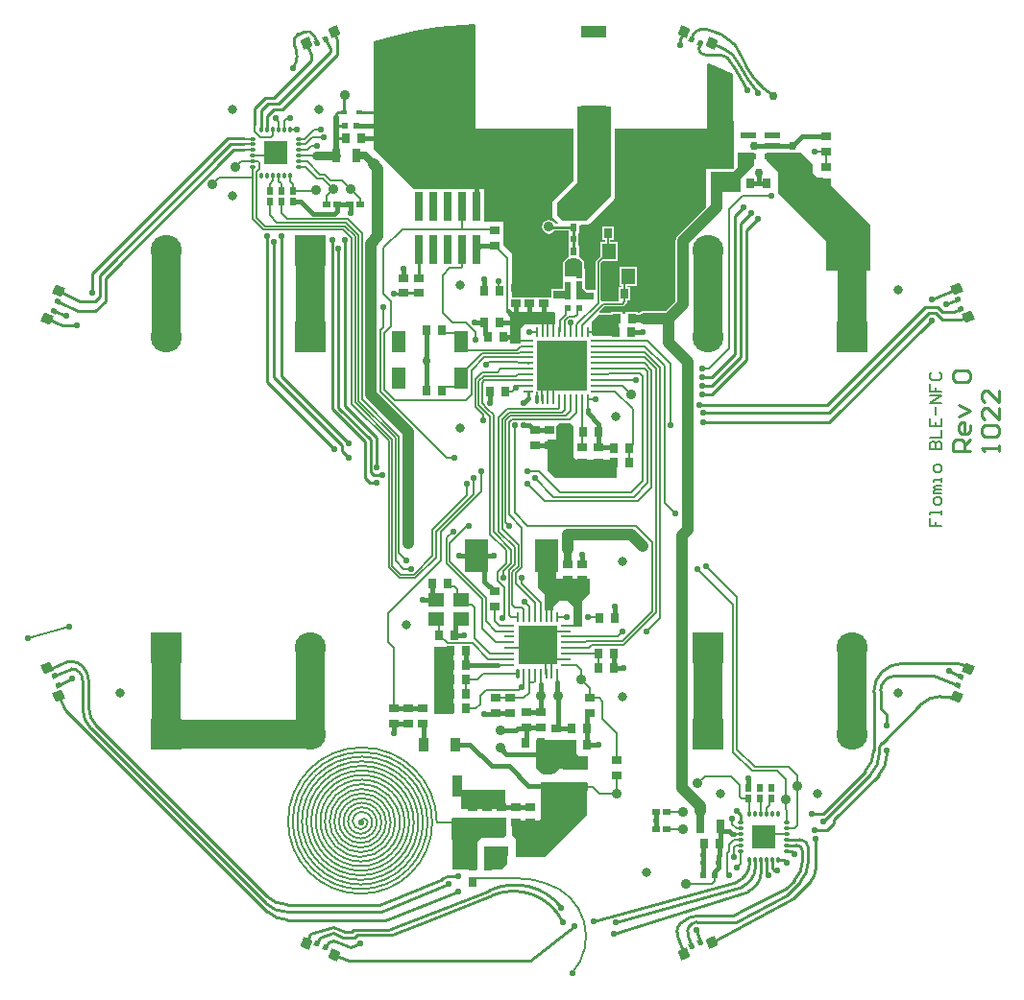
<source format=gtl>
%FSLAX25Y25*%
%MOIN*%
G70*
G01*
G75*
G04 Layer_Physical_Order=1*
G04 Layer_Color=255*
%ADD10C,0.01000*%
%ADD11C,0.00500*%
%ADD12C,0.00600*%
%ADD13R,0.03347X0.02953*%
%ADD14R,0.02953X0.03347*%
%ADD15R,0.03543X0.02953*%
G04:AMPARAMS|DCode=16|XSize=17.72mil|YSize=19.69mil|CornerRadius=0mil|HoleSize=0mil|Usage=FLASHONLY|Rotation=22.500|XOffset=0mil|YOffset=0mil|HoleType=Round|Shape=Rectangle|*
%AMROTATEDRECTD16*
4,1,4,-0.00442,-0.01248,-0.01195,0.00570,0.00442,0.01248,0.01195,-0.00570,-0.00442,-0.01248,0.0*
%
%ADD16ROTATEDRECTD16*%

G04:AMPARAMS|DCode=17|XSize=33.47mil|YSize=35.43mil|CornerRadius=0mil|HoleSize=0mil|Usage=FLASHONLY|Rotation=202.500|XOffset=0mil|YOffset=0mil|HoleType=Round|Shape=Rectangle|*
%AMROTATEDRECTD17*
4,1,4,0.00868,0.02277,0.02224,-0.00997,-0.00868,-0.02277,-0.02224,0.00997,0.00868,0.02277,0.0*
%
%ADD17ROTATEDRECTD17*%

G04:AMPARAMS|DCode=18|XSize=17.72mil|YSize=19.69mil|CornerRadius=0mil|HoleSize=0mil|Usage=FLASHONLY|Rotation=112.500|XOffset=0mil|YOffset=0mil|HoleType=Round|Shape=Rectangle|*
%AMROTATEDRECTD18*
4,1,4,0.01248,-0.00442,-0.00570,-0.01195,-0.01248,0.00442,0.00570,0.01195,0.01248,-0.00442,0.0*
%
%ADD18ROTATEDRECTD18*%

G04:AMPARAMS|DCode=19|XSize=33.47mil|YSize=35.43mil|CornerRadius=0mil|HoleSize=0mil|Usage=FLASHONLY|Rotation=292.500|XOffset=0mil|YOffset=0mil|HoleType=Round|Shape=Rectangle|*
%AMROTATEDRECTD19*
4,1,4,-0.02277,0.00868,0.00997,0.02224,0.02277,-0.00868,-0.00997,-0.02224,-0.02277,0.00868,0.0*
%
%ADD19ROTATEDRECTD19*%

G04:AMPARAMS|DCode=20|XSize=17.72mil|YSize=19.69mil|CornerRadius=0mil|HoleSize=0mil|Usage=FLASHONLY|Rotation=337.500|XOffset=0mil|YOffset=0mil|HoleType=Round|Shape=Rectangle|*
%AMROTATEDRECTD20*
4,1,4,-0.01195,-0.00570,-0.00442,0.01248,0.01195,0.00570,0.00442,-0.01248,-0.01195,-0.00570,0.0*
%
%ADD20ROTATEDRECTD20*%

G04:AMPARAMS|DCode=21|XSize=33.47mil|YSize=35.43mil|CornerRadius=0mil|HoleSize=0mil|Usage=FLASHONLY|Rotation=157.500|XOffset=0mil|YOffset=0mil|HoleType=Round|Shape=Rectangle|*
%AMROTATEDRECTD21*
4,1,4,0.02224,0.00997,0.00868,-0.02277,-0.02224,-0.00997,-0.00868,0.02277,0.02224,0.00997,0.0*
%
%ADD21ROTATEDRECTD21*%

G04:AMPARAMS|DCode=22|XSize=17.72mil|YSize=19.69mil|CornerRadius=0mil|HoleSize=0mil|Usage=FLASHONLY|Rotation=247.500|XOffset=0mil|YOffset=0mil|HoleType=Round|Shape=Rectangle|*
%AMROTATEDRECTD22*
4,1,4,-0.00570,0.01195,0.01248,0.00442,0.00570,-0.01195,-0.01248,-0.00442,-0.00570,0.01195,0.0*
%
%ADD22ROTATEDRECTD22*%

G04:AMPARAMS|DCode=23|XSize=33.47mil|YSize=35.43mil|CornerRadius=0mil|HoleSize=0mil|Usage=FLASHONLY|Rotation=67.500|XOffset=0mil|YOffset=0mil|HoleType=Round|Shape=Rectangle|*
%AMROTATEDRECTD23*
4,1,4,0.00997,-0.02224,-0.02277,-0.00868,-0.00997,0.02224,0.02277,0.00868,0.00997,-0.02224,0.0*
%
%ADD23ROTATEDRECTD23*%

%ADD24R,0.02362X0.02362*%
%ADD25R,0.01890X0.01575*%
%ADD26R,0.03150X0.05118*%
%ADD27R,0.02362X0.02559*%
%ADD28C,0.03200*%
%ADD29R,0.02559X0.02362*%
%ADD30R,0.08268X0.08268*%
%ADD31O,0.02559X0.01181*%
%ADD32O,0.01181X0.02559*%
%ADD33R,0.02953X0.03543*%
%ADD34R,0.03543X0.07480*%
%ADD35R,0.02362X0.02362*%
%ADD36R,0.02362X0.02756*%
%ADD37R,0.04724X0.05512*%
G04:AMPARAMS|DCode=38|XSize=11.02mil|YSize=33.47mil|CornerRadius=0mil|HoleSize=0mil|Usage=FLASHONLY|Rotation=0.000|XOffset=0mil|YOffset=0mil|HoleType=Round|Shape=Octagon|*
%AMOCTAGOND38*
4,1,8,-0.00276,0.01673,0.00276,0.01673,0.00551,0.01398,0.00551,-0.01398,0.00276,-0.01673,-0.00276,-0.01673,-0.00551,-0.01398,-0.00551,0.01398,-0.00276,0.01673,0.0*
%
%ADD38OCTAGOND38*%

%ADD39R,0.01102X0.03347*%
%ADD40R,0.03347X0.01102*%
%ADD41R,0.13583X0.13583*%
%ADD42R,0.05709X0.02165*%
%ADD43R,0.05512X0.04724*%
%ADD44R,0.05118X0.07480*%
%ADD45R,0.03000X0.10000*%
%ADD46R,0.17716X0.17716*%
%ADD47R,0.03600X0.04800*%
%ADD48R,0.09055X0.02559*%
%ADD49R,0.08071X0.11417*%
%ADD50R,0.08661X0.04095*%
%ADD51C,0.10000*%
%ADD52C,0.01500*%
%ADD53C,0.00800*%
%ADD54C,0.04000*%
%ADD55C,0.02000*%
%ADD56C,0.03000*%
%ADD57C,0.02500*%
%ADD58C,0.00700*%
%ADD59R,0.07000X0.23500*%
%ADD60R,0.15700X0.07000*%
%ADD61R,0.03000X0.03300*%
%ADD62C,0.03500*%
%ADD63C,0.02000*%
%ADD64R,0.10800X0.10800*%
%ADD65C,0.10800*%
%ADD66C,0.03000*%
%ADD67C,0.02200*%
%ADD68C,0.04000*%
%ADD69C,0.02598*%
G36*
X22500Y22500D02*
Y12000D01*
X23500Y11000D01*
X37500D01*
Y4500D01*
X16000D01*
X13500Y7000D01*
Y18000D01*
X16500D01*
Y22500D01*
X17500Y23500D01*
X21500D01*
X22500Y22500D01*
D02*
G37*
G36*
X16500Y-30500D02*
X28000D01*
Y-35500D01*
X25500Y-38000D01*
Y-47000D01*
X22500D01*
Y-40000D01*
X20500Y-38000D01*
X17500D01*
X15500Y-40000D01*
Y-41500D01*
X12500D01*
Y-36000D01*
X10000Y-33500D01*
Y-25500D01*
X16500D01*
Y-30500D01*
D02*
G37*
G36*
X38200Y54100D02*
X29300D01*
X28800Y54600D01*
Y58900D01*
X31200Y61300D01*
X38200D01*
Y54100D01*
D02*
G37*
G36*
X16200Y61900D02*
Y57900D01*
X5500D01*
X4100Y56500D01*
Y51300D01*
X400D01*
Y62400D01*
X15700D01*
X16200Y61900D01*
D02*
G37*
G36*
X-500Y-129500D02*
X-2500Y-131500D01*
X-8500D01*
Y-123500D01*
X-500D01*
Y-129500D01*
D02*
G37*
G36*
X-1000Y-119500D02*
X-2000Y-120500D01*
X-9500D01*
X-11000Y-122000D01*
Y-131500D01*
X-19500D01*
Y-113500D01*
X-1000D01*
Y-119500D01*
D02*
G37*
G36*
X23500Y-91000D02*
X24500Y-92000D01*
X27500D01*
Y-96500D01*
X17500D01*
X16000Y-98000D01*
X11500D01*
X9500Y-96000D01*
Y-86500D01*
X23500D01*
Y-91000D01*
D02*
G37*
G36*
X27000Y-112500D02*
X12500Y-127000D01*
X2531D01*
X2500Y-126969D01*
Y-121000D01*
X1000Y-119500D01*
Y-114500D01*
X10500D01*
X11000Y-114000D01*
Y-101000D01*
X27000D01*
Y-112500D01*
D02*
G37*
G36*
X-11500Y162016D02*
Y125984D01*
X22271D01*
Y107834D01*
X15519Y101081D01*
X15187Y100585D01*
X15071Y100000D01*
Y95900D01*
X15187Y95315D01*
X15518Y94819D01*
X17025Y93312D01*
X16834Y92850D01*
X16055D01*
X15604Y93524D01*
X14827Y94044D01*
X13910Y94226D01*
X12993Y94044D01*
X12216Y93524D01*
X11696Y92747D01*
X11514Y91830D01*
X11696Y90913D01*
X12216Y90136D01*
X12993Y89616D01*
X13910Y89434D01*
X14827Y89616D01*
X15604Y90136D01*
X15919Y90607D01*
X20719D01*
Y89750D01*
X20719D01*
Y89313D01*
X20687Y89281D01*
X20687D01*
Y85719D01*
X20719D01*
Y85250D01*
X20719D01*
Y81294D01*
Y81149D01*
X20500D01*
X20175Y81015D01*
X20041Y80959D01*
X19041Y79959D01*
X18851Y79500D01*
Y77250D01*
X18719D01*
Y73687D01*
X18719Y73687D01*
X18719Y73313D01*
X18719D01*
Y70206D01*
X18281D01*
Y70206D01*
X14719D01*
Y67419D01*
X14273D01*
Y67419D01*
X9727D01*
D01*
D01*
X9727Y67419D01*
X9473D01*
Y67419D01*
X4927D01*
D01*
D01*
X4927Y67419D01*
X4773D01*
Y67419D01*
X1000D01*
Y82500D01*
X-2000Y85500D01*
Y93500D01*
X-8500D01*
Y105000D01*
X-33000D01*
X-47002Y119002D01*
X-46969Y156420D01*
X-40509Y158098D01*
X-32493Y159789D01*
X-24408Y161108D01*
X-16270Y162052D01*
X-11866Y162357D01*
X-11500Y162016D01*
D02*
G37*
G36*
X105500Y113500D02*
Y110500D01*
X107000Y109000D01*
X109000D01*
X125500Y92500D01*
Y76500D01*
X110000D01*
Y87000D01*
X93500Y103500D01*
Y111000D01*
X89500Y115000D01*
Y117500D01*
X101500D01*
X105500Y113500D01*
D02*
G37*
G36*
X85000Y113000D02*
X80500Y108500D01*
Y104000D01*
X70000D01*
Y111000D01*
X78000D01*
X79500Y112500D01*
Y117500D01*
X85000D01*
Y113000D01*
D02*
G37*
G36*
X35300Y102400D02*
X26900Y94000D01*
X18500D01*
X16600Y95900D01*
Y100000D01*
X23800Y107200D01*
Y133500D01*
X35300D01*
Y102400D01*
D02*
G37*
G36*
X25500Y70500D02*
X27000Y69000D01*
X29500D01*
Y66500D01*
X23500D01*
Y72000D01*
X25500D01*
Y70500D01*
D02*
G37*
G36*
X71724Y147698D02*
X77836Y144828D01*
X77846Y144802D01*
X77846Y144802D01*
X77846D01*
X77998Y112354D01*
X77646Y112000D01*
X68500D01*
Y98709D01*
X58646Y88854D01*
X58229Y88311D01*
X57967Y87679D01*
X57877Y87000D01*
X57878Y87000D01*
Y66086D01*
X54414Y62622D01*
X47000D01*
X46321Y62533D01*
X45689Y62271D01*
X45187Y61886D01*
X44734D01*
Y62273D01*
X40581D01*
Y61500D01*
X39419D01*
Y62273D01*
X35266D01*
Y61949D01*
X31600D01*
X31409Y62411D01*
X33180Y64182D01*
X39400D01*
X39751Y64252D01*
X40049Y64451D01*
X40806Y65209D01*
X41005Y65506D01*
X41075Y65857D01*
Y66227D01*
X42234D01*
Y70773D01*
X41075D01*
Y71313D01*
X44309D01*
Y78025D01*
X38384D01*
Y71313D01*
X39240D01*
Y70773D01*
X38081D01*
Y66227D01*
D01*
Y66227D01*
X37872Y66018D01*
X32800D01*
X32449Y65948D01*
X32359Y65887D01*
X31918Y66123D01*
Y79120D01*
X32772Y79975D01*
X37616D01*
Y86687D01*
X35260D01*
Y87227D01*
X36419D01*
Y91773D01*
X32266D01*
Y87227D01*
X33425D01*
Y86687D01*
X31691D01*
Y81489D01*
X30351Y80149D01*
X30152Y79851D01*
X30082Y79500D01*
Y69813D01*
X27106D01*
X26281Y70637D01*
Y73294D01*
Y77250D01*
X26149D01*
Y79500D01*
X26015Y79825D01*
X25959Y79959D01*
X24959Y80959D01*
X24500Y81149D01*
X24281D01*
Y81294D01*
Y85250D01*
X24250D01*
Y85719D01*
X24250D01*
Y89281D01*
X24250D01*
Y89719D01*
X24281Y89750D01*
X24281D01*
Y92394D01*
X25181D01*
Y92471D01*
X26900D01*
X27388Y92568D01*
X27485Y92587D01*
X27981Y92919D01*
X36381Y101319D01*
X36713Y101815D01*
X36829Y102400D01*
Y125984D01*
X68898D01*
Y148418D01*
X69313Y148696D01*
X71724Y147698D01*
D02*
G37*
G36*
X25500Y79500D02*
Y74500D01*
X19500D01*
Y79500D01*
X20500Y80500D01*
X24500D01*
X25500Y79500D01*
D02*
G37*
G36*
X21500Y67000D02*
X15500D01*
Y69500D01*
X19000D01*
X19500Y70000D01*
Y72000D01*
X21500D01*
Y67000D01*
D02*
G37*
D10*
X80035Y148014D02*
G03*
X86586Y138184I49449J25862D01*
G01*
X75800Y150600D02*
G03*
X73627Y151500I-2173J-2173D01*
G01*
X65800Y153900D02*
G03*
X68200Y151500I2400J0D01*
G01*
X80035Y148014D02*
G03*
X74100Y154000I-9985J-3964D01*
G01*
X80995Y150498D02*
G03*
X91767Y137406I25502J10003D01*
G01*
X-147900Y-60800D02*
G03*
X-152004Y-59100I-4104J-4104D01*
G01*
X-145800Y-65870D02*
G03*
X-147900Y-60800I-7170J0D01*
G01*
X-145800Y-74758D02*
G03*
X-142871Y-81829I10000J0D01*
G01*
X-84029Y-140671D02*
G03*
X-76958Y-143600I7071J7071D01*
G01*
X-20958Y-133800D02*
G03*
X-23000Y-134646I0J-2888D01*
G01*
X-147900Y-65600D02*
G03*
X-151800Y-61700I-3900J0D01*
G01*
X-147900Y-75458D02*
G03*
X-144971Y-82529I10000J0D01*
G01*
X-84329Y-143171D02*
G03*
X-77258Y-146100I7071J7071D01*
G01*
X-83829Y-145971D02*
G03*
X-76758Y-148900I7071J7071D01*
G01*
X18702Y-149599D02*
G03*
X-6007Y-140494I-17084J-8282D01*
G01*
X128271Y-98729D02*
G03*
X131200Y-91658I-7071J7071D01*
G01*
X125571Y-98329D02*
G03*
X128500Y-91258I-7071J7071D01*
G01*
X129631Y-87369D02*
G03*
X128500Y-90100I2731J-2731D01*
G01*
X149903Y-71240D02*
G03*
X142832Y-74168I0J-10000D01*
G01*
X134137Y-64163D02*
G03*
X129000Y-69300I0J-5137D01*
G01*
X123671Y-97229D02*
G03*
X126600Y-90158I-7071J7071D01*
G01*
X136600Y-59800D02*
G03*
X126600Y-69800I0J-10000D01*
G01*
X159516Y-61601D02*
G03*
X155169Y-59800I-4347J-4347D01*
G01*
X104816Y-135361D02*
G03*
X106400Y-131538I-3823J3823D01*
G01*
X101900Y-125007D02*
G03*
X99846Y-122953I-2054J0D01*
G01*
X103900Y-123800D02*
G03*
X101100Y-121000I-2800J0D01*
G01*
X100971Y-135860D02*
G03*
X103900Y-128789I-7071J7071D01*
G01*
X98971Y-135329D02*
G03*
X101900Y-128258I-7071J7071D01*
G01*
X66215Y-147400D02*
G03*
X59532Y-150168I0J-9451D01*
G01*
D02*
G03*
X58300Y-153142I2974J-2974D01*
G01*
X65100Y-149600D02*
G03*
X63222Y-150378I0J-2656D01*
G01*
X63000Y-150600D02*
G03*
X62010Y-152990I2390J-2390D01*
G01*
X83036Y-139051D02*
G03*
X87500Y-132800I-2886J6780D01*
G01*
X79115Y-135730D02*
G03*
X83579Y-129479I-2886J6780D01*
G01*
X81083Y-137251D02*
G03*
X85547Y-131000I-2886J6780D01*
G01*
X18205Y-144585D02*
G03*
X-6700Y-138700I-16105J-12515D01*
G01*
X68500Y160500D02*
G03*
X63427Y157044I-808J-4265D01*
G01*
X78482Y155020D02*
G03*
X68500Y160500I-13232J-12270D01*
G01*
X80995Y150498D02*
G03*
X78482Y155020I-14764J-5248D01*
G01*
X-67600Y158300D02*
G03*
X-71352Y159527I-2600J-1600D01*
G01*
X-73200Y158700D02*
G03*
X-74427Y154948I1600J-2600D01*
G01*
X-74875Y147055D02*
G03*
X-74427Y154948I-6113J4306D01*
G01*
X-81500Y136500D02*
X-68500Y149500D01*
X-84500Y136500D02*
X-81500D01*
X-88200Y132800D02*
X-84500Y136500D01*
X-63427Y156951D02*
X-62000Y153500D01*
Y152500D02*
Y153500D01*
X-80000Y134500D02*
X-62000Y152500D01*
X-83500Y134500D02*
X-80000D01*
X-85791Y132209D02*
X-83500Y134500D01*
X-85791Y125472D02*
Y132209D01*
X-88200Y127300D02*
Y132800D01*
X-83823Y130177D02*
X-81500Y132500D01*
X-78500D02*
X-59500Y151500D01*
X-81500Y132500D02*
X-78500D01*
X-60681Y159580D02*
X-59500Y156500D01*
Y151500D02*
Y156500D01*
X-83823Y125472D02*
Y130177D01*
X-70319Y155587D02*
X-68500Y151500D01*
Y149500D02*
Y151500D01*
X-84000Y38000D02*
X-60500Y14500D01*
X-84000Y38000D02*
Y88500D01*
X-81500Y39500D02*
Y86500D01*
Y39500D02*
X-58000Y16000D01*
Y14000D02*
Y16000D01*
Y14000D02*
X-55500Y11500D01*
X-79000Y40000D02*
X-55500Y16500D01*
X-79000Y40000D02*
Y88500D01*
X67000Y33500D02*
X70500D01*
X66000Y30000D02*
X110300D01*
X70500Y33500D02*
X82500Y45500D01*
Y90500D01*
X86500Y94500D01*
X67000Y36500D02*
X70500D01*
X67000Y39500D02*
X70500D01*
Y36500D02*
X80500Y46500D01*
Y93000D01*
X84000Y96500D01*
X70500Y39500D02*
X78500Y47500D01*
Y95500D01*
X81500Y98500D01*
X-40000Y68500D02*
X-36843D01*
X-36570Y68773D01*
X67300Y27300D02*
X111100D01*
X111000Y23800D02*
X146600Y59400D01*
X67300Y23800D02*
X111000D01*
X75800Y150600D02*
X78603Y146200D01*
X68200Y151500D02*
X73627D01*
X65800Y153900D02*
X66519Y155763D01*
X78603Y146200D02*
X82600Y139300D01*
X70319Y155680D02*
X74100Y154000D01*
X59500Y155000D02*
Y157000D01*
X60681Y159673D01*
X-144500Y75500D02*
X-97500Y122500D01*
X-92000D01*
X-144500Y69000D02*
Y75500D01*
X-142000Y67500D02*
Y75000D01*
X-96500Y120500D01*
X-92000D01*
X-140000Y71000D02*
Y74000D01*
X-95500Y118500D01*
X-92000D01*
X-140000Y66000D02*
Y71000D01*
X-143500Y62500D02*
X-140000Y66000D01*
X-143500D02*
X-142000Y67500D01*
X-149000Y66000D02*
X-143500D01*
X-156384Y69599D02*
X-149000Y66000D01*
X-149500Y62500D02*
X-143500D01*
X-156467Y65799D02*
X-149500Y62500D01*
X-155000Y57500D02*
X-150000D01*
X-160376Y59961D02*
X-155000Y57500D01*
X-61300Y28600D02*
Y87400D01*
Y28600D02*
X-49900Y17200D01*
Y4600D02*
Y17200D01*
Y4600D02*
X-48300Y3000D01*
X-45800D01*
X-59100Y29100D02*
Y84400D01*
Y29100D02*
X-48000Y18000D01*
Y6600D02*
Y18000D01*
Y6600D02*
X-47000Y5600D01*
X-43900D01*
X-56900Y87400D02*
X-56800Y87300D01*
Y29500D02*
Y87300D01*
Y29500D02*
X-45800Y18500D01*
Y8400D02*
Y18500D01*
X111100Y27300D02*
X145600Y61800D01*
X110300Y30000D02*
X144300Y64000D01*
X150400Y62300D02*
X154400D01*
X148700Y64000D02*
X150400Y62300D01*
X144300Y64000D02*
X148700D01*
X150500Y59500D02*
X156800D01*
X148200Y61800D02*
X150500Y59500D01*
X145600Y61800D02*
X148200D01*
X156800Y59500D02*
X159520Y60680D01*
X154400Y62300D02*
X156891Y63426D01*
X146600Y66600D02*
X155527Y70319D01*
X-160173Y-61481D02*
X-159299Y-61822D01*
X-153100Y-59100D02*
X-152004D01*
X-145800Y-74758D02*
Y-65870D01*
X-142871Y-81829D02*
X-84029Y-140671D01*
X-44900Y-143600D02*
X-23000Y-134646D01*
X-20958Y-133800D02*
X-17700D01*
X-159299Y-61822D02*
X-153100Y-59100D01*
X-76958Y-143600D02*
X-44900D01*
X-157544Y-64227D02*
X-151800Y-61700D01*
X-147900Y-75458D02*
Y-65600D01*
X-144971Y-82529D02*
X-84329Y-143171D01*
X-77258Y-146100D02*
X-44100D01*
X-20900Y-136400D01*
X-153900Y-75900D02*
X-83829Y-145971D01*
X-156180Y-71120D02*
X-153900Y-75900D01*
X-76758Y-148900D02*
X-43000D01*
X-17700Y-138900D01*
X79115Y-135730D02*
X79115Y-135730D01*
X29500Y-149300D02*
X79115Y-135730D01*
X83036Y-139051D02*
X83036Y-139051D01*
X36300Y-153800D02*
X83036Y-139051D01*
X79000Y-110900D02*
X80528Y-112428D01*
Y-115079D02*
Y-112428D01*
X89484Y-132784D02*
X90100Y-133400D01*
X89484Y-132784D02*
Y-127972D01*
X109200Y-114700D02*
X125571Y-98329D01*
X92200Y-131600D02*
X93000D01*
X91453Y-130853D02*
X92200Y-131600D01*
X91453Y-130853D02*
Y-127972D01*
X95472D02*
X96400Y-128900D01*
X93421Y-127972D02*
X95472D01*
X106000Y-117600D02*
X110500D01*
X112800Y-115300D01*
Y-114200D01*
X105075Y-111900D02*
X109000D01*
X112800Y-114200D02*
X128271Y-98729D01*
X131200Y-91658D02*
Y-89900D01*
Y-81500D02*
Y-77700D01*
X128500Y-91258D02*
Y-90100D01*
X129631Y-87369D02*
X142832Y-74168D01*
X129000Y-75500D02*
X131200Y-77700D01*
X149903Y-71240D02*
X155524D01*
X129000Y-75500D02*
Y-69300D01*
X134137Y-64163D02*
X147394D01*
X155607Y-67439D01*
X109000Y-111900D02*
X123671Y-97229D01*
X126600Y-90158D02*
Y-69800D01*
X136600Y-59800D02*
X155169D01*
X106400Y-131538D02*
Y-120800D01*
X101900Y-128258D02*
Y-125007D01*
X96472Y-122953D02*
X99846D01*
X96472Y-121000D02*
X101100D01*
X103900Y-128789D02*
Y-123800D01*
X96508Y-140323D02*
X100971Y-135860D01*
X96472Y-121000D02*
Y-120984D01*
X96100Y-138200D02*
X98971Y-135329D01*
X98121Y-124921D02*
X99100Y-125900D01*
X98759Y-141418D02*
X104816Y-135361D01*
X70319Y-156624D02*
X98759Y-141418D01*
X96472Y-124921D02*
X98121D01*
X96472Y-122953D02*
Y-122900D01*
X82200Y-145200D02*
X96100Y-138200D01*
X66215Y-147400D02*
X77700D01*
X58300Y-154300D02*
Y-153142D01*
X77700Y-147400D02*
X82200Y-145200D01*
X58300Y-154300D02*
X60681Y-160616D01*
X65100Y-149600D02*
X78667D01*
X96508Y-140323D01*
X63000Y-150600D02*
X63222Y-150378D01*
X62010Y-154357D02*
Y-152990D01*
Y-154357D02*
X63427Y-157987D01*
X83036Y-139051D02*
X83036D01*
X37091Y-149724D02*
X81108Y-137338D01*
X83579Y-129479D02*
Y-127972D01*
X87516Y-132800D02*
Y-127972D01*
X85547Y-131000D02*
Y-127972D01*
X-32000Y-150800D02*
X-6007Y-140494D01*
X-40500Y-154100D02*
X-32000Y-150800D01*
X-42000Y-152500D02*
X-6700Y-138700D01*
X-55500Y-163100D02*
X7300D01*
X22700Y-150900D01*
X-60681Y-161020D02*
X-55500Y-163100D01*
X-54000Y-152500D02*
X-42000D01*
X-54613Y-153113D02*
X-54000Y-152500D01*
X-56913Y-153113D02*
X-54613D01*
X-52600Y-154100D02*
X-40500D01*
X-53500Y-155000D02*
X-52600Y-154100D01*
X-57500Y-155000D02*
X-53500D01*
X-60900Y-151400D02*
X-56913Y-153113D01*
X-69000Y-153800D02*
X-60900Y-151400D01*
X-70319Y-157027D02*
X-69000Y-153800D01*
X-61000Y-153500D02*
X-57500Y-155000D01*
X-65500D02*
X-61000Y-153500D01*
X-66518Y-157110D02*
X-65500Y-155000D01*
X-55012Y-158419D02*
X-51500Y-157000D01*
X-60853Y-155941D02*
X-55012Y-158419D01*
X-62704Y-156689D02*
X-60853Y-155941D01*
X-57098Y137402D02*
X-57000Y137500D01*
X-57098Y131500D02*
Y137402D01*
X-60043Y122500D02*
X-56657D01*
X-60043Y127000D02*
X-56968D01*
X-59500Y131500D02*
X-57098D01*
X-60043Y130957D02*
X-59500Y131500D01*
X-60043Y129957D02*
Y130957D01*
X-46500Y131500D02*
X-45500Y130500D01*
X-51902Y131500D02*
X-46500D01*
X-63427Y-158391D02*
X-62704Y-156689D01*
X-36570Y68773D02*
X-31070D01*
Y74088D02*
Y84068D01*
X152721Y-62500D02*
X156887Y-64347D01*
X64974Y-152400D02*
X66518Y-156707D01*
X-156263Y-67319D02*
X-151500Y-65195D01*
X-157747Y62707D02*
X-153500Y60827D01*
X151710Y64971D02*
X155610Y66518D01*
X6787Y32287D02*
Y34639D01*
X22500Y87532D02*
Y91728D01*
X22468Y87500D02*
X22500Y87532D01*
X22468Y83303D02*
Y87500D01*
Y83303D02*
X22500Y83272D01*
X14012Y91728D02*
X22500D01*
X13910Y91830D02*
X14012Y91728D01*
X-67600Y158300D02*
X-66519Y155670D01*
X-73200Y158700D02*
X-71352Y159527D01*
X-71352Y159527D01*
X170000Y14000D02*
Y15999D01*
Y15000D01*
X164002D01*
X165002Y14000D01*
Y18998D02*
X164002Y19998D01*
Y21997D01*
X165002Y22997D01*
X169000D01*
X170000Y21997D01*
Y19998D01*
X169000Y18998D01*
X165002D01*
X170000Y28995D02*
Y24996D01*
X166001Y28995D01*
X165002D01*
X164002Y27995D01*
Y25996D01*
X165002Y24996D01*
X170000Y34993D02*
Y30994D01*
X166001Y34993D01*
X165002D01*
X164002Y33994D01*
Y31994D01*
X165002Y30994D01*
X160000Y14000D02*
X154002D01*
Y16999D01*
X155002Y17999D01*
X157001D01*
X158001Y16999D01*
Y14000D01*
Y15999D02*
X160000Y17999D01*
Y22997D02*
Y20998D01*
X159000Y19998D01*
X157001D01*
X156001Y20998D01*
Y22997D01*
X157001Y23997D01*
X158001D01*
Y19998D01*
X156001Y25996D02*
X160000Y27995D01*
X156001Y29995D01*
X155002Y37992D02*
X154002Y38992D01*
Y40991D01*
X155002Y41991D01*
X159000D01*
X160000Y40991D01*
Y38992D01*
X159000Y37992D01*
X155002D01*
D11*
X12862Y-136234D02*
G03*
X4207Y-134559I-8798J-22264D01*
G01*
X21963Y-167356D02*
G03*
X12862Y-136234I-14313J12706D01*
G01*
X-12200Y-134500D02*
X-12141Y-134559D01*
X4207D01*
D12*
X-49000Y-115000D02*
G03*
X-51400Y-115000I-1200J0D01*
G01*
Y-117400D02*
G03*
X-49000Y-115000I0J2400D01*
G01*
X-54200Y-114600D02*
G03*
X-51400Y-117400I2800J0D01*
G01*
X-51000Y-111400D02*
G03*
X-54200Y-114600I0J-3200D01*
G01*
X-47400Y-115000D02*
G03*
X-51000Y-111400I-3600J0D01*
G01*
X-51400Y-119000D02*
G03*
X-47400Y-115000I0J4000D01*
G01*
X-55800Y-114600D02*
G03*
X-51400Y-119000I4400J0D01*
G01*
X-51000Y-109800D02*
G03*
X-55800Y-114600I0J-4800D01*
G01*
X-45800Y-115000D02*
G03*
X-51000Y-109800I-5200J0D01*
G01*
X-51400Y-120600D02*
G03*
X-45800Y-115000I0J5600D01*
G01*
X-57400Y-114600D02*
G03*
X-51400Y-120600I6000J0D01*
G01*
X-51000Y-108200D02*
G03*
X-57400Y-114600I0J-6400D01*
G01*
X-44200Y-115000D02*
G03*
X-51000Y-108200I-6800J0D01*
G01*
X-51400Y-122200D02*
G03*
X-44200Y-115000I0J7200D01*
G01*
X-59000Y-114600D02*
G03*
X-51400Y-122200I7600J0D01*
G01*
X-51000Y-106600D02*
G03*
X-59000Y-114600I0J-8000D01*
G01*
X-42600Y-115000D02*
G03*
X-51000Y-106600I-8400J0D01*
G01*
X-51400Y-123800D02*
G03*
X-42600Y-115000I0J8800D01*
G01*
X-60600Y-114600D02*
G03*
X-51400Y-123800I9200J0D01*
G01*
X-51000Y-105000D02*
G03*
X-60600Y-114600I0J-9600D01*
G01*
X-41000Y-115000D02*
G03*
X-51000Y-105000I-10000J0D01*
G01*
X-51400Y-125400D02*
G03*
X-41000Y-115000I0J10400D01*
G01*
X-62200Y-114600D02*
G03*
X-51400Y-125400I10800J0D01*
G01*
X-51000Y-103400D02*
G03*
X-62200Y-114600I0J-11200D01*
G01*
X-39400Y-115000D02*
G03*
X-51000Y-103400I-11600J0D01*
G01*
X-51400Y-127000D02*
G03*
X-39400Y-115000I0J12000D01*
G01*
X-63800Y-114600D02*
G03*
X-51400Y-127000I12400J0D01*
G01*
X-51000Y-101800D02*
G03*
X-63800Y-114600I0J-12800D01*
G01*
X-37800Y-115000D02*
G03*
X-51000Y-101800I-13200J0D01*
G01*
X-51400Y-128600D02*
G03*
X-37800Y-115000I0J13600D01*
G01*
X-65400Y-114600D02*
G03*
X-51400Y-128600I14000J0D01*
G01*
X-51000Y-100200D02*
G03*
X-65400Y-114600I0J-14400D01*
G01*
X-36200Y-115000D02*
G03*
X-51000Y-100200I-14800J0D01*
G01*
X-51400Y-130200D02*
G03*
X-36200Y-115000I0J15200D01*
G01*
X-67000Y-114600D02*
G03*
X-51400Y-130200I15600J0D01*
G01*
X-51000Y-98600D02*
G03*
X-67000Y-114600I0J-16000D01*
G01*
X-34600Y-115000D02*
G03*
X-51000Y-98600I-16400J0D01*
G01*
X-51400Y-131800D02*
G03*
X-34600Y-115000I0J16800D01*
G01*
X-68600Y-114600D02*
G03*
X-51400Y-131800I17200J0D01*
G01*
X-51000Y-97000D02*
G03*
X-68600Y-114600I0J-17600D01*
G01*
X-33000Y-115000D02*
G03*
X-51000Y-97000I-18000J0D01*
G01*
X-51400Y-133400D02*
G03*
X-33000Y-115000I0J18400D01*
G01*
X-70200Y-114600D02*
G03*
X-51400Y-133400I18800J0D01*
G01*
X-51000Y-95400D02*
G03*
X-70200Y-114600I0J-19200D01*
G01*
X-31400Y-115000D02*
G03*
X-51000Y-95400I-19600J0D01*
G01*
X-51400Y-135000D02*
G03*
X-31400Y-115000I0J20000D01*
G01*
X-71800Y-114600D02*
G03*
X-51400Y-135000I20400J0D01*
G01*
X-51000Y-93800D02*
G03*
X-71800Y-114600I0J-20800D01*
G01*
X-29800Y-115000D02*
G03*
X-51000Y-93800I-21200J0D01*
G01*
X-51400Y-136600D02*
G03*
X-29800Y-115000I0J21600D01*
G01*
X-73400Y-114600D02*
G03*
X-51400Y-136600I22000J0D01*
G01*
X-51000Y-92200D02*
G03*
X-73400Y-114600I0J-22400D01*
G01*
X-28200Y-115000D02*
G03*
X-51000Y-92200I-22800J0D01*
G01*
X-51400Y-138200D02*
G03*
X-28200Y-115000I0J23200D01*
G01*
X-75000Y-114600D02*
G03*
X-51400Y-138200I23600J0D01*
G01*
X-51000Y-90600D02*
G03*
X-75000Y-114600I0J-24000D01*
G01*
X-26600Y-115000D02*
G03*
X-51000Y-90600I-24400J0D01*
G01*
X-51400Y-139800D02*
G03*
X-26600Y-115000I0J24800D01*
G01*
X-76600Y-114600D02*
G03*
X-51400Y-139800I25200J0D01*
G01*
X-51000Y-89000D02*
G03*
X-76600Y-114600I0J-25600D01*
G01*
X17516Y55213D02*
G03*
X17700Y55657I-445J445D01*
G01*
X19300D02*
G03*
X19484Y55213I629J0D01*
G01*
X-25000Y-115000D02*
G03*
X-51000Y-89000I-26000J0D01*
G01*
X-88842Y94646D02*
X-85097Y90900D01*
X-87500Y95000D02*
X-84600Y92100D01*
X-83000Y95800D02*
X-80500Y93300D01*
X-56497D01*
X-84600Y92100D02*
X-56994D01*
X-85097Y90900D02*
X-57491D01*
X-54600Y88009D01*
X-56994Y92100D02*
X-53400Y88506D01*
X-56497Y93300D02*
X-52200Y89003D01*
X-56000Y94500D02*
X-51000Y89500D01*
X-77000Y94500D02*
X-56000D01*
X-79000Y96500D02*
X-77000Y94500D01*
X-54600Y30406D02*
Y88009D01*
X-53400Y30903D02*
Y88506D01*
X-52200Y31400D02*
Y89003D01*
X-51000Y31897D02*
Y89500D01*
X-167000Y-51000D02*
X-152500Y-47000D01*
X25500Y15157D02*
Y20157D01*
X25842Y20500D01*
X25390Y20953D02*
X25842Y20500D01*
X25390Y20953D02*
Y31787D01*
X43300Y-1900D02*
X48000Y2800D01*
X15400Y-1900D02*
X43300D01*
X9000Y4500D02*
X15400Y-1900D01*
X48000Y2800D02*
Y41500D01*
X49500Y1200D02*
Y42000D01*
X44800Y-3500D02*
X49500Y1200D01*
X12500Y-3500D02*
X44800D01*
X6500Y2500D02*
X12500Y-3500D01*
X-21500Y11500D02*
X-19000D01*
X2000Y-7500D02*
Y23000D01*
Y-7500D02*
X6500Y-12000D01*
X-491Y28600D02*
X17116D01*
X-3600Y-13900D02*
Y25491D01*
X6Y27400D02*
X18597D01*
X-2400Y-13100D02*
Y24994D01*
X503Y26200D02*
X19605D01*
X-1200Y-10800D02*
Y24497D01*
X-3600Y25491D02*
X-491Y28600D01*
X-2400Y24994D02*
X6Y27400D01*
X-1200Y24497D02*
X503Y26200D01*
X1000Y25000D02*
X21000D01*
X0Y24000D02*
X1000Y25000D01*
X0Y-8100D02*
Y24000D01*
X-3600Y-13900D02*
X2000Y-19500D01*
X-2400Y-13100D02*
X3300Y-18800D01*
X-1200Y-10800D02*
X0Y-12000D01*
Y-8100D02*
X4500Y-12600D01*
X-41000Y57248D02*
Y66000D01*
X-43500Y68500D02*
X-41000Y66000D01*
X-43500Y68500D02*
Y84500D01*
X-37000Y91000D02*
X-16000D01*
X-43500Y84500D02*
X-37000Y91000D01*
X-43248Y55000D02*
X-41000Y57248D01*
X-43500Y57000D02*
Y64000D01*
X-44500Y56000D02*
X-43500Y57000D01*
X-44500Y34500D02*
Y56000D01*
Y34500D02*
X-21500Y11500D01*
X48039Y52360D02*
X56000Y44400D01*
Y23000D02*
Y44400D01*
X47109Y50392D02*
X54000Y43500D01*
Y-4000D02*
Y43500D01*
Y-4000D02*
X57600Y-7600D01*
X47078Y48423D02*
X52500Y43000D01*
Y-44200D02*
Y43000D01*
X47900Y-48800D02*
X52500Y-44200D01*
X44000Y-12000D02*
X49800Y-17800D01*
Y-41703D02*
Y-17800D01*
X39403Y-52100D02*
X49800Y-41703D01*
X47047Y46453D02*
X51000Y42500D01*
Y-42200D02*
Y42500D01*
X39800Y-53400D02*
X51000Y-42200D01*
X47016Y44484D02*
X49500Y42000D01*
X46984Y42516D02*
X48000Y41500D01*
X17116Y28600D02*
X17516Y29000D01*
X18597Y27400D02*
X19484Y28287D01*
X19605Y26200D02*
X21453Y28047D01*
X21000Y25000D02*
X23421Y27421D01*
X-6500Y-15000D02*
Y25975D01*
X-10500Y29974D02*
X-6500Y25975D01*
X-9000Y24500D02*
Y26500D01*
X-11700Y29200D02*
X-9000Y26500D01*
X-11700Y29200D02*
Y38797D01*
X-10500Y29974D02*
Y38300D01*
X-7460Y28657D02*
X-5300Y26497D01*
X-7486Y28657D02*
X-7460D01*
X-9300Y30472D02*
X-7486Y28657D01*
X-9300Y30472D02*
Y37700D01*
X-5300Y-14200D02*
Y26497D01*
X-43248Y35248D02*
Y55000D01*
X30213Y42516D02*
X46984D01*
X30213Y44484D02*
X47016D01*
X30213Y46453D02*
X47047D01*
X30213Y48423D02*
X47078D01*
X30213Y50392D02*
X47109D01*
X39500Y36500D02*
X42500Y33500D01*
X43000Y16342D02*
Y28500D01*
X36860Y34639D02*
X43000Y28500D01*
X30213Y34639D02*
X36860D01*
X-3500Y69500D02*
X-3342Y69342D01*
X-3500Y69500D02*
Y73000D01*
X-11700Y38797D02*
X-9197Y41300D01*
X-4000D01*
X-2785Y42516D01*
X6787D01*
X41658Y15000D02*
X43000Y16342D01*
X-7000Y45000D02*
X2884D01*
X-8000Y44000D02*
X-7000Y45000D01*
X-8546Y46453D02*
X6787D01*
X-13000Y42000D02*
X-8546Y46453D01*
X-13000Y33500D02*
Y42000D01*
X-9200Y47800D02*
X3400D01*
X-14800Y42200D02*
X-9200Y47800D01*
X-16300Y42200D02*
X-14800D01*
X-4000Y-31100D02*
Y-28000D01*
X-1000Y-25000D01*
Y-20500D01*
X-6500Y-15000D02*
X-1000Y-20500D01*
X-2000Y-30100D02*
Y-27803D01*
X800Y-25003D01*
Y-20300D01*
X-5300Y-14200D02*
X800Y-20300D01*
X2000Y-25500D02*
Y-19500D01*
X0Y-27500D02*
X2000Y-25500D01*
X0Y-43000D02*
Y-27500D01*
X1200Y-39500D02*
Y-28000D01*
X3300Y-25900D01*
Y-18800D01*
X2400Y-32100D02*
Y-28500D01*
X4500Y-26400D02*
Y-12600D01*
X2400Y-28500D02*
X4500Y-26400D01*
X79100Y-89600D02*
Y-36600D01*
X68500Y-26000D02*
X79100Y-36600D01*
X65400Y-27000D02*
X77900Y-39500D01*
Y-90600D02*
Y-39500D01*
X4400Y-32000D02*
Y-30100D01*
Y-32000D02*
X10984Y-38584D01*
Y-43756D02*
Y-38584D01*
X9016Y-43756D02*
Y-38716D01*
X2400Y-32100D02*
X9016Y-38716D01*
X-1700Y-43400D02*
Y-33400D01*
X-4000Y-31100D02*
X-1700Y-33400D01*
X-2300Y-44000D02*
X-1700Y-43400D01*
X75600Y-132400D02*
X76500Y-133300D01*
X75600Y-132400D02*
Y-125700D01*
X76400Y-124900D01*
Y-122700D01*
X78116Y-120984D01*
X80528D01*
X78000Y-127100D02*
Y-123700D01*
X78747Y-122953D01*
X80528D01*
X79200Y-130600D02*
X80528Y-129272D01*
Y-124921D01*
X77500Y-115600D02*
Y-113600D01*
Y-115600D02*
X78947Y-117047D01*
X80528D01*
X85300Y-95800D02*
X97202D01*
X100000Y-98598D01*
Y-102500D02*
Y-98598D01*
Y-116000D02*
Y-102500D01*
X98953Y-117047D02*
X100000Y-116000D01*
X96472Y-117047D02*
X98953D01*
X84300Y-97000D02*
X93000D01*
X96000Y-100000D01*
Y-107000D02*
Y-100000D01*
Y-110500D02*
Y-107000D01*
Y-110500D02*
X96472Y-110972D01*
Y-115079D02*
Y-110972D01*
X61500Y-136500D02*
X70500D01*
X71469Y-135531D01*
Y-133500D01*
X-14500Y-1464D02*
Y2500D01*
X-26500Y-13465D02*
X-14500Y-1464D01*
X-54600Y30406D02*
X-41700Y17506D01*
Y-26497D02*
Y17506D01*
X-88842Y109000D02*
Y112579D01*
X-100500Y109000D02*
X-88842D01*
X-103000Y106500D02*
X-100500Y109000D01*
X-88842Y94646D02*
Y109000D01*
X-53400Y30903D02*
X-40500Y18003D01*
Y-26000D02*
Y18003D01*
X-87047Y114547D02*
X-86500Y114000D01*
X-88842Y114547D02*
X-87047D01*
X-86500Y112000D02*
Y114000D01*
X-92953Y114547D02*
X-88842D01*
X-95000Y112500D02*
X-92953Y114547D01*
X-87500Y111000D02*
X-86500Y112000D01*
X-87500Y95000D02*
Y111000D01*
X-12300Y-962D02*
Y4500D01*
X-25300Y-13961D02*
X-12300Y-962D01*
X-26500Y-22500D02*
Y-13465D01*
X-25300Y-22997D02*
Y-13961D01*
X-32503Y-30200D02*
X-25300Y-22997D01*
X-33000Y-29000D02*
X-26500Y-22500D01*
X-37997Y-30200D02*
X-32503D01*
X-37500Y-29000D02*
X-33000D01*
X-41700Y-26497D02*
X-37997Y-30200D01*
X-40500Y-26000D02*
X-37500Y-29000D01*
X-21700Y-16200D02*
X-19400Y-13900D01*
X-21700Y-24997D02*
Y-16200D01*
X-20500Y-24500D02*
X-8000Y-37000D01*
X-20500Y-24500D02*
Y-18000D01*
X-14500Y-12000D01*
X6500D02*
X44000D01*
X-51630Y99500D02*
Y101630D01*
X-55000Y105000D02*
X-51630Y101630D01*
X-72898Y114547D02*
X-72850Y114500D01*
X-70000D01*
X-65500Y110000D01*
X-64000D01*
X-62000Y108000D01*
X-58000D01*
X-55000Y105000D01*
X-64500Y108500D02*
X-61000Y105000D01*
X-66500Y108500D02*
X-64500D01*
X-70579Y112579D02*
X-66500Y108500D01*
X-72898Y112579D02*
X-70579D01*
X-79000Y96500D02*
Y100630D01*
X-51000Y31897D02*
X-38100Y18997D01*
Y-21400D02*
Y18997D01*
Y-21400D02*
X-35500Y-24000D01*
X-36500Y-27000D02*
X-34000D01*
X-39300Y-24200D02*
X-36500Y-27000D01*
X-39300Y-24200D02*
Y18500D01*
X79100Y-89600D02*
X85300Y-95800D01*
X90500Y-107370D02*
X91000Y-106870D01*
X90500Y-109000D02*
Y-107370D01*
X89484Y-110016D02*
X90500Y-109000D01*
X89484Y-112028D02*
Y-110016D01*
X87000Y-106870D02*
X87516Y-107386D01*
Y-112028D02*
Y-107386D01*
X54740Y-117500D02*
X60500D01*
X54740Y-111500D02*
X60500D01*
X80870Y-106870D02*
X83000D01*
X80000Y-106000D02*
X80870Y-106870D01*
X80000Y-106000D02*
Y-102000D01*
X77000Y-99000D02*
X80000Y-102000D01*
X68000Y-99000D02*
X77000D01*
X65500Y-101500D02*
X68000Y-99000D01*
X83000Y-106870D02*
X83579Y-107449D01*
Y-112028D02*
Y-107449D01*
X39400Y65100D02*
X40157Y65857D01*
X32800Y65100D02*
X39400D01*
X25390Y57690D02*
X32800Y65100D01*
X31000Y79500D02*
X34653Y83153D01*
X31000Y65400D02*
Y79500D01*
X-14828Y58500D02*
X-11500Y55172D01*
X-23000Y62000D02*
X-19500Y58500D01*
X-14828D01*
X-23000Y62000D02*
Y75000D01*
X-20500Y77500D01*
X-16640D01*
X-16070Y78070D01*
Y84068D01*
X-11500Y52500D02*
Y55172D01*
X2500Y36000D02*
X3108Y36608D01*
X1000Y34500D02*
X2500Y36000D01*
X30213Y52360D02*
X48039D01*
X19744Y-50546D02*
X37653D01*
X39400Y-48800D01*
X2946Y40547D02*
X6787D01*
X-10500Y38300D02*
X-8700Y40100D01*
X2500D01*
X2946Y40547D01*
X3400Y44484D02*
X6787D01*
X2884Y45000D02*
X3400Y44484D01*
X27000Y-52100D02*
X39403D01*
X26585Y-52516D02*
X27000Y-52100D01*
X19744Y-52516D02*
X26585D01*
X19744Y-54484D02*
X27716D01*
X28800Y-53400D01*
X39800D01*
X-9300Y37700D02*
X-8422Y38577D01*
X6603Y44300D02*
X6787Y44484D01*
X-16070Y91070D02*
X-16000Y91000D01*
X-16070Y91070D02*
Y98792D01*
X-43248Y35248D02*
X-39500Y31500D01*
X-15000D01*
X-13000Y33500D01*
X-5342Y91000D02*
X-5000Y90658D01*
X-16000Y91000D02*
X-5342D01*
X25390Y55213D02*
Y57690D01*
X7000Y55213D02*
X9642D01*
X-3342Y69342D02*
Y69500D01*
X-8422Y38577D02*
X6787D01*
X5500Y-38500D02*
X7047Y-40047D01*
Y-43756D02*
Y-40047D01*
X19484Y28287D02*
Y31787D01*
X1200Y-39500D02*
X2200Y-40500D01*
X4500D01*
X5079Y-41079D01*
Y-43756D02*
Y-41079D01*
X756Y-43756D02*
X3110D01*
X0Y-43000D02*
X756Y-43756D01*
X3108Y36608D02*
X6787D01*
X-1343Y34500D02*
X1000D01*
X23600Y62631D02*
X24500Y63532D01*
X-1843Y53500D02*
X-703Y52360D01*
X19700Y62731D02*
X20500Y63532D01*
X17700Y55657D02*
Y59300D01*
X19700Y61300D01*
Y62731D01*
X19300Y55657D02*
Y59200D01*
X23600Y61400D02*
Y62631D01*
X19300Y59200D02*
X20800Y60700D01*
X22900D01*
X23600Y61400D01*
X23421Y55213D02*
Y57821D01*
X40157Y65857D02*
Y68500D01*
Y73480D01*
X41346Y74669D01*
X23421Y57821D02*
X31000Y65400D01*
X34343Y83465D02*
Y89500D01*
Y83465D02*
X34653Y83153D01*
X4092Y50392D02*
X6787D01*
X2700Y49000D02*
X4092Y50392D01*
X-13300Y49000D02*
X2700D01*
X-16800D02*
X-13300D01*
X-16673Y39201D02*
Y41827D01*
X-16300Y42200D01*
X3400Y47800D02*
X4022Y48423D01*
X6787D01*
X30321Y36500D02*
X39500D01*
X30213Y36608D02*
X30321Y36500D01*
X41658Y10000D02*
Y15000D01*
X23421Y27421D02*
Y31787D01*
X31000Y-61500D02*
Y-56500D01*
X19791D02*
X31343D01*
X19744Y-56454D02*
X19791Y-56500D01*
X19744Y-60391D02*
X23392D01*
X25000Y-62000D01*
Y-65500D02*
Y-62000D01*
X28000Y-71842D02*
Y-68500D01*
X25000Y-65500D02*
X28000Y-68500D01*
X37500Y-93343D02*
Y-84000D01*
X32500Y-79000D02*
X37500Y-84000D01*
X32500Y-79000D02*
Y-73000D01*
X31343Y-71842D02*
X32500Y-73000D01*
X28000Y-71842D02*
X31343D01*
X37500Y-105000D02*
Y-98658D01*
X31500Y-105000D02*
X37500D01*
X29142Y-102642D02*
X31500Y-105000D01*
X23000Y-102642D02*
X29142D01*
X-25000Y-115000D02*
X-18500D01*
X-5000Y-45000D02*
Y-40157D01*
Y-45000D02*
X-3391Y-46608D01*
X256D01*
X-4422Y-48577D02*
X256D01*
X-8000Y-45000D02*
X-4422Y-48577D01*
X-8000Y-45000D02*
Y-37000D01*
X-4484Y-52516D02*
X256D01*
X-9200Y-47800D02*
X-4484Y-52516D01*
X-9200Y-47800D02*
Y-37497D01*
X-21700Y-24997D02*
X-9200Y-37497D01*
X30259Y40500D02*
X33500D01*
X30213Y40547D02*
X30259Y40500D01*
X17516Y29000D02*
Y31787D01*
X21453Y28047D02*
Y31787D01*
X-14500Y-12000D02*
X-14000D01*
X77900Y-90600D02*
X84300Y-97000D01*
X-52200Y31400D02*
X-39300Y18500D01*
X-83000Y95800D02*
Y100630D01*
X-81854Y107846D02*
Y109528D01*
X-83000Y106700D02*
X-81854Y107846D01*
X-83000Y104370D02*
Y106700D01*
X-79886Y107686D02*
Y109528D01*
Y107686D02*
X-79000Y106800D01*
Y104370D02*
Y106800D01*
X-75949Y107649D02*
Y109528D01*
Y107649D02*
X-75000Y106700D01*
Y104370D02*
Y106700D01*
Y104370D02*
X-67130D01*
X-67000Y104500D01*
X-63370Y99500D02*
Y102630D01*
X-61000Y105000D01*
D13*
X9000Y21158D02*
D03*
Y15843D02*
D03*
X14000Y21158D02*
D03*
Y15843D02*
D03*
X31000Y15157D02*
D03*
Y9843D02*
D03*
X12000Y65342D02*
D03*
Y70657D02*
D03*
X16500Y-87657D02*
D03*
Y-82342D02*
D03*
X7500Y-115157D02*
D03*
Y-109843D02*
D03*
X28000Y-71842D02*
D03*
Y-77157D02*
D03*
X6000Y-76842D02*
D03*
Y-82157D02*
D03*
X-12500Y-115157D02*
D03*
Y-109843D02*
D03*
X11000Y-76842D02*
D03*
Y-82157D02*
D03*
X2500Y-115157D02*
D03*
Y-109843D02*
D03*
X13500Y-97000D02*
D03*
Y-102315D02*
D03*
X-7500Y-115157D02*
D03*
Y-109843D02*
D03*
X37500Y-98658D02*
D03*
Y-93343D02*
D03*
X-40000Y-75343D02*
D03*
Y-80658D02*
D03*
X-36570Y68773D02*
D03*
Y74088D02*
D03*
X25500Y-30658D02*
D03*
Y-25343D02*
D03*
X2500Y65342D02*
D03*
Y70657D02*
D03*
X7200Y65342D02*
D03*
Y70657D02*
D03*
X20500Y-25343D02*
D03*
Y-30658D02*
D03*
X500Y-71842D02*
D03*
Y-77157D02*
D03*
X-4500Y-71842D02*
D03*
Y-77157D02*
D03*
D14*
X-1343Y34500D02*
D03*
X-6657D02*
D03*
X42658Y60000D02*
D03*
X37343D02*
D03*
X-3342Y58500D02*
D03*
X-8658D02*
D03*
X-1843Y53500D02*
D03*
X-7158D02*
D03*
X73158Y-122500D02*
D03*
X67843D02*
D03*
X-24158Y-50000D02*
D03*
X-18843D02*
D03*
X-7343Y-130000D02*
D03*
X-12657D02*
D03*
X34843Y68500D02*
D03*
X40157D02*
D03*
X-7343Y-125000D02*
D03*
X-12657D02*
D03*
X39658Y89500D02*
D03*
X34343D02*
D03*
X5843Y-87500D02*
D03*
X11157D02*
D03*
X21843Y-88000D02*
D03*
X27158D02*
D03*
X78543Y106953D02*
D03*
X83858D02*
D03*
X21843Y-82500D02*
D03*
X27158D02*
D03*
X94858Y106953D02*
D03*
X89543D02*
D03*
X-21342Y-32000D02*
D03*
X-26658D02*
D03*
X-28657Y35000D02*
D03*
X-23343D02*
D03*
X-28657Y56000D02*
D03*
X-23343D02*
D03*
X-56657Y122500D02*
D03*
X-51342D02*
D03*
X37242Y55200D02*
D03*
X42557D02*
D03*
X-14842Y-75500D02*
D03*
X-20157D02*
D03*
X-14842Y-70500D02*
D03*
X-20157D02*
D03*
X-14842Y-65500D02*
D03*
X-20157D02*
D03*
X-14842Y-60500D02*
D03*
X-20157D02*
D03*
X-14842Y-55500D02*
D03*
X-20157D02*
D03*
X31000Y-61500D02*
D03*
X36315D02*
D03*
X31000Y-56500D02*
D03*
X36315D02*
D03*
D15*
X110000Y117842D02*
D03*
Y123158D02*
D03*
Y107343D02*
D03*
Y112657D02*
D03*
X-5000Y-40157D02*
D03*
Y-34843D02*
D03*
X-2500Y-115157D02*
D03*
Y-109843D02*
D03*
X-30000Y-80658D02*
D03*
Y-75343D02*
D03*
X25500Y15157D02*
D03*
Y9843D02*
D03*
X-31070Y74088D02*
D03*
Y68773D02*
D03*
X-5000Y85343D02*
D03*
Y90658D02*
D03*
X-35000Y-75343D02*
D03*
Y-80658D02*
D03*
D16*
X66518Y-156707D02*
D03*
X63427Y-157987D02*
D03*
X-66519Y155670D02*
D03*
X-63427Y156951D02*
D03*
D17*
X60681Y-160616D02*
D03*
X70319Y-156624D02*
D03*
X-60681Y159580D02*
D03*
X-70319Y155587D02*
D03*
D18*
X155610Y66518D02*
D03*
X156891Y63426D02*
D03*
X-156263Y-67319D02*
D03*
X-157544Y-64227D02*
D03*
D19*
X159520Y60680D02*
D03*
X155527Y70319D02*
D03*
X-160173Y-61481D02*
D03*
X-156180Y-71120D02*
D03*
D20*
X-63427Y-158391D02*
D03*
X-66518Y-157110D02*
D03*
X63427Y157044D02*
D03*
X66519Y155763D02*
D03*
D21*
X-70319Y-157027D02*
D03*
X-60681Y-161020D02*
D03*
X70319Y155680D02*
D03*
X60681Y159673D02*
D03*
D22*
X-157747Y62707D02*
D03*
X-156467Y65799D02*
D03*
X156887Y-64347D02*
D03*
X155607Y-67439D02*
D03*
D23*
X-156384Y69599D02*
D03*
X-160376Y59961D02*
D03*
X155524Y-71240D02*
D03*
X159516Y-61601D02*
D03*
D24*
X-56968Y127000D02*
D03*
X-53031D02*
D03*
X71469Y-133500D02*
D03*
X67532D02*
D03*
X18531Y87500D02*
D03*
X22468D02*
D03*
D25*
X-57098Y131500D02*
D03*
X-51902D02*
D03*
X72697Y-128902D02*
D03*
X67500D02*
D03*
D26*
X-60043Y116500D02*
D03*
X-52957D02*
D03*
X73543Y-116500D02*
D03*
X66457D02*
D03*
D27*
X87000Y-106870D02*
D03*
Y-103130D02*
D03*
X91000Y-106870D02*
D03*
Y-103130D02*
D03*
X83000Y-106870D02*
D03*
Y-103130D02*
D03*
X-75000Y104370D02*
D03*
Y100630D02*
D03*
X-79000Y104370D02*
D03*
Y100630D02*
D03*
X-83000Y104370D02*
D03*
Y100630D02*
D03*
D28*
X47900Y-132500D02*
D03*
X73500Y-105000D02*
D03*
X107000D02*
D03*
X39500Y-24500D02*
D03*
Y-71500D02*
D03*
X-35500Y-46500D02*
D03*
X-135000Y-70000D02*
D03*
X135000D02*
D03*
Y70000D02*
D03*
X-17000Y71500D02*
D03*
X37000Y26000D02*
D03*
X-17000Y22000D02*
D03*
X-66000Y132500D02*
D03*
X-95870D02*
D03*
Y102500D02*
D03*
D29*
X54740Y-111500D02*
D03*
X51000D02*
D03*
X54740Y-117500D02*
D03*
X51000D02*
D03*
X-51630Y99500D02*
D03*
X-55370D02*
D03*
X-63370D02*
D03*
X-59630D02*
D03*
D30*
X88500Y-120000D02*
D03*
X-80870Y117500D02*
D03*
D31*
X80528Y-124921D02*
D03*
Y-122953D02*
D03*
Y-120984D02*
D03*
Y-119016D02*
D03*
Y-117047D02*
D03*
Y-115079D02*
D03*
X96472D02*
D03*
Y-117047D02*
D03*
Y-119016D02*
D03*
Y-120984D02*
D03*
Y-122953D02*
D03*
Y-124921D02*
D03*
X-72898Y122421D02*
D03*
Y120453D02*
D03*
Y118484D02*
D03*
Y116516D02*
D03*
Y114547D02*
D03*
Y112579D02*
D03*
X-88842D02*
D03*
Y114547D02*
D03*
Y116516D02*
D03*
Y118484D02*
D03*
Y120453D02*
D03*
Y122421D02*
D03*
D32*
X83579Y-112028D02*
D03*
X85547D02*
D03*
X87516D02*
D03*
X89484D02*
D03*
X91453D02*
D03*
X93421D02*
D03*
Y-127972D02*
D03*
X91453D02*
D03*
X89484D02*
D03*
X87516D02*
D03*
X85547D02*
D03*
X83579D02*
D03*
X-75949Y109528D02*
D03*
X-77917D02*
D03*
X-79886D02*
D03*
X-81854D02*
D03*
X-83823D02*
D03*
X-85791D02*
D03*
Y125472D02*
D03*
X-83823D02*
D03*
X-81854D02*
D03*
X-79886D02*
D03*
X-77917D02*
D03*
X-75949D02*
D03*
D33*
X3658Y-125000D02*
D03*
X-1657D02*
D03*
X31343Y-44000D02*
D03*
X36658D02*
D03*
X41658Y10000D02*
D03*
X36342D02*
D03*
Y15000D02*
D03*
X41658D02*
D03*
X-3342Y69500D02*
D03*
X-8658D02*
D03*
X31157Y20500D02*
D03*
X25842D02*
D03*
D34*
X-17900Y-102300D02*
D03*
X-18200Y-117300D02*
D03*
D35*
X28500Y71969D02*
D03*
Y68032D02*
D03*
X24500Y63532D02*
D03*
Y67469D02*
D03*
X20500Y63532D02*
D03*
Y67469D02*
D03*
Y71531D02*
D03*
Y75468D02*
D03*
D36*
X24500Y71728D02*
D03*
Y75272D02*
D03*
X22500Y91728D02*
D03*
Y95272D02*
D03*
Y79728D02*
D03*
Y83272D02*
D03*
X16500Y71772D02*
D03*
Y68228D02*
D03*
D37*
X41346Y74669D02*
D03*
X34653D02*
D03*
X41346Y83331D02*
D03*
X34653D02*
D03*
D38*
X3110Y-63244D02*
D03*
X9642Y31787D02*
D03*
D39*
X5079Y-63244D02*
D03*
X7047D02*
D03*
X9016D02*
D03*
X10984D02*
D03*
X12953D02*
D03*
X14921D02*
D03*
X16890D02*
D03*
Y-43756D02*
D03*
X14921D02*
D03*
X12953D02*
D03*
X10984D02*
D03*
X9016D02*
D03*
X7047D02*
D03*
X5079D02*
D03*
X3110D02*
D03*
X11610Y31787D02*
D03*
X13579D02*
D03*
X15547D02*
D03*
X17516D02*
D03*
X19484D02*
D03*
X21453D02*
D03*
X23421D02*
D03*
X25390D02*
D03*
X27358D02*
D03*
Y55213D02*
D03*
X25390D02*
D03*
X23421D02*
D03*
X21453D02*
D03*
X19484D02*
D03*
X17516D02*
D03*
X15547D02*
D03*
X13579D02*
D03*
X11610D02*
D03*
X9642D02*
D03*
D40*
X19744Y-60391D02*
D03*
Y-58422D02*
D03*
Y-56454D02*
D03*
Y-54484D02*
D03*
Y-52516D02*
D03*
Y-50546D02*
D03*
Y-48577D02*
D03*
Y-46608D02*
D03*
X256D02*
D03*
Y-48577D02*
D03*
Y-50546D02*
D03*
Y-52516D02*
D03*
Y-54484D02*
D03*
Y-56454D02*
D03*
Y-58422D02*
D03*
Y-60391D02*
D03*
X30213Y34639D02*
D03*
Y36608D02*
D03*
Y38577D02*
D03*
Y40547D02*
D03*
Y42516D02*
D03*
Y44484D02*
D03*
Y46453D02*
D03*
Y48423D02*
D03*
Y50392D02*
D03*
Y52360D02*
D03*
X6787D02*
D03*
Y50392D02*
D03*
Y48423D02*
D03*
Y46453D02*
D03*
Y44484D02*
D03*
Y42516D02*
D03*
Y40547D02*
D03*
Y38577D02*
D03*
Y36608D02*
D03*
Y34639D02*
D03*
D41*
X10000Y-53500D02*
D03*
D42*
X91500Y116260D02*
D03*
Y120000D02*
D03*
Y123740D02*
D03*
X83035D02*
D03*
Y116260D02*
D03*
D43*
X-25331Y-44346D02*
D03*
Y-37653D02*
D03*
X-16669Y-44346D02*
D03*
Y-37653D02*
D03*
D44*
X-38327Y51799D02*
D03*
Y39201D02*
D03*
X-16673Y51799D02*
D03*
Y39201D02*
D03*
D45*
X-11070Y84068D02*
D03*
X-16070D02*
D03*
X-31070Y98792D02*
D03*
X-26070D02*
D03*
X-21070D02*
D03*
X-16070D02*
D03*
X-31070Y84068D02*
D03*
X-26070D02*
D03*
X-21070D02*
D03*
X-11070Y98792D02*
D03*
D46*
X18500Y43500D02*
D03*
D47*
X-29550Y-88000D02*
D03*
X-18450D02*
D03*
D48*
X23000Y-102642D02*
D03*
Y-95358D02*
D03*
D49*
X13106Y-22500D02*
D03*
X-11106D02*
D03*
D50*
X29528Y159567D02*
D03*
Y131772D02*
D03*
D51*
X-69000Y53500D02*
Y83500D01*
X69000Y53500D02*
Y83500D01*
X-119000Y-84500D02*
Y-54500D01*
Y-84500D02*
X-69000D01*
Y-54500D01*
X69000Y-84500D02*
Y-54500D01*
X119000Y-84500D02*
Y-54500D01*
X-119000Y53500D02*
Y83500D01*
X119000Y53500D02*
Y83500D01*
D52*
X-72130Y100630D02*
X-67900Y96400D01*
X-59630Y97370D02*
Y99500D01*
X-60600Y96400D02*
X-59630Y97370D01*
X-67900Y96400D02*
X-60600D01*
X-55000Y96500D02*
Y99130D01*
X-55370Y99500D02*
X-55000Y99130D01*
X-11070Y105930D02*
X-11000Y106000D01*
X-11070Y98792D02*
Y105930D01*
X36185Y15157D02*
X36342Y15000D01*
X31000Y15157D02*
X36185D01*
X31000D02*
X31157Y15315D01*
Y20500D01*
Y23343D01*
X7158Y23000D02*
X9000Y21158D01*
X5000Y23000D02*
X7158D01*
X-11106Y-22500D02*
X-5213D01*
X-17100Y-22400D02*
X-11206D01*
X-11106Y-22500D01*
X-53031Y127000D02*
X-46000D01*
X-51342Y122500D02*
X-46000D01*
X-750Y-91250D02*
X9500D01*
X-3000Y-89000D02*
X-750Y-91250D01*
X72697Y-130803D02*
Y-128902D01*
X71469Y-132032D02*
X72697Y-130803D01*
X71469Y-133500D02*
Y-132032D01*
X72697Y-126803D02*
X73158Y-126342D01*
X72697Y-128902D02*
Y-126803D01*
X73158Y-126342D02*
Y-122500D01*
X73543Y-117957D02*
Y-116500D01*
Y-122114D02*
Y-117957D01*
X73158Y-122500D02*
X73543Y-122114D01*
X67500Y-126500D02*
Y-122843D01*
X67843Y-122500D01*
X73543Y-117957D02*
X73587Y-118000D01*
X76500D01*
X77516Y-119016D01*
X78016D01*
X67500Y-128902D02*
X67532Y-133500D01*
X34653Y74669D02*
Y75653D01*
X41346Y82346D02*
Y83331D01*
X42557Y55200D02*
X46300D01*
X-11070Y84068D02*
X-9795Y85343D01*
X-5000D01*
X-35000Y-75343D02*
X-30000D01*
X-40000D02*
X-35000D01*
X-6657Y30658D02*
Y34500D01*
X9000Y15843D02*
X14000D01*
X85000Y120000D02*
X91500D01*
X98500D01*
X86701Y106953D02*
Y110701D01*
X83858Y106953D02*
X86701D01*
X89543D01*
X-3342Y58500D02*
X800D01*
X-387Y62600D02*
X813Y61400D01*
X2500Y61600D02*
Y65342D01*
X7200Y61700D02*
Y65342D01*
Y61700D02*
X7300Y61600D01*
X12000Y61800D02*
Y65342D01*
Y61800D02*
X12100Y61700D01*
X-1843Y53500D02*
X1000D01*
X29913Y55213D02*
X29925Y55200D01*
X34653Y74669D02*
X34843Y74480D01*
X40000Y84677D02*
X41346Y83331D01*
X39658Y89500D02*
X40000Y89157D01*
X-28657Y35000D02*
Y56000D01*
X-8200Y54542D02*
X-7158Y53500D01*
X-8200Y54542D02*
Y58043D01*
X-8658Y58500D02*
X-8200Y58043D01*
X-12000Y58500D02*
X-8658D01*
Y69500D02*
Y73443D01*
X-36570Y74088D02*
Y77430D01*
X-11106Y-19106D02*
X-11000Y-19000D01*
X-29847Y-37653D02*
X-25331D01*
X-18843Y-50000D02*
X-18500Y-49657D01*
Y-46177D01*
X-16669Y-44346D01*
X-18843Y-50000D02*
X-15500D01*
X-40000Y-80658D02*
X-35000D01*
X-40000Y-84000D02*
Y-80658D01*
X-4500Y-77157D02*
X500D01*
X-2500Y-109843D02*
X2500D01*
X7500D01*
X51000Y-117500D02*
Y-111500D01*
X83000Y-103130D02*
Y-99788D01*
X67500Y-128902D02*
Y-126500D01*
X25500Y-25343D02*
Y-22000D01*
X101657Y123158D02*
X110000D01*
X98500Y120000D02*
X101657Y123158D01*
X27358Y27142D02*
Y28142D01*
Y27142D02*
X31157Y23343D01*
X9000Y21158D02*
X14000D01*
X5158Y30658D02*
X6787Y32287D01*
X36315Y-61500D02*
Y-56500D01*
X36658Y-44000D02*
Y-40157D01*
X36315Y-61500D02*
X39658D01*
X10984Y-70984D02*
Y-66984D01*
Y-70984D02*
X11000Y-71000D01*
Y-76842D02*
Y-71000D01*
X6000Y-76842D02*
X11000D01*
X6000Y-82157D02*
X11000D01*
X6000Y-87343D02*
Y-82157D01*
X5843Y-87500D02*
X6000Y-87343D01*
X5658Y-82500D02*
X6000Y-82157D01*
X3000Y-82500D02*
X5658D01*
X2500Y-83000D02*
X3000Y-82500D01*
X-3000Y-83000D02*
X2500D01*
X-4843Y-77500D02*
X-4500Y-77157D01*
X-8500Y-77500D02*
X-4843D01*
X27158Y-88000D02*
Y-82500D01*
Y-78000D02*
X28000Y-77157D01*
X27158Y-82500D02*
Y-78000D01*
Y-88000D02*
X31000D01*
X16657Y-82500D02*
X21843D01*
X16500Y-82342D02*
X16657Y-82500D01*
X16500Y-82342D02*
X17000Y-81842D01*
Y-71000D01*
X16890Y-70890D02*
Y-66390D01*
Y-70890D02*
X17000Y-71000D01*
X6815Y-102315D02*
X13500D01*
X0Y-95500D02*
X6815Y-102315D01*
X-6000Y-95500D02*
X0D01*
X-13500Y-88000D02*
X-6000Y-95500D01*
X-18450Y-88000D02*
X-13500D01*
X-29550D02*
Y-81107D01*
X-30000Y-80658D02*
X-29550Y-81107D01*
X-14842Y-60500D02*
Y-55500D01*
X-14734Y-60391D02*
X-3892D01*
X-14842Y-60500D02*
X-14734Y-60391D01*
X-26658Y-36327D02*
Y-32000D01*
Y-36327D02*
X-25331Y-37653D01*
X-11106Y-22500D02*
X-8500Y-25106D01*
Y-31343D02*
Y-25106D01*
Y-31343D02*
X-5000Y-34843D01*
X-59630Y99500D02*
X-55370D01*
X-75000Y100630D02*
X-72130D01*
D53*
X17800Y-400D02*
X42400D01*
X10400Y7000D02*
X17800Y-400D01*
X6500Y7000D02*
X10400D01*
X46500Y3700D02*
Y39900D01*
X42400Y-400D02*
X46500Y3700D01*
X-88200Y124800D02*
Y127300D01*
Y124800D02*
X-86400Y123000D01*
X-82500D01*
X-81854Y123646D01*
Y125472D01*
X-81000Y129500D02*
X-79886Y128386D01*
Y125472D02*
Y128386D01*
X-77000Y129500D02*
X-76000D01*
X-77917Y128583D02*
X-77000Y129500D01*
X-77917Y125472D02*
Y128583D01*
X-73528Y125472D02*
X-73500Y125500D01*
X-75949Y125472D02*
X-73528D01*
X67000Y42500D02*
X69500D01*
X76500Y49500D02*
Y98000D01*
X69500Y42500D02*
X76500Y49500D01*
Y98000D02*
X81185Y102685D01*
X91000D01*
X30213Y38577D02*
X43922D01*
X44000Y38500D01*
X45400Y41000D02*
X46500Y39900D01*
X35000Y41000D02*
X45400D01*
X27571Y32000D02*
X30000D01*
X27358Y31787D02*
X27571Y32000D01*
X-92000Y122500D02*
X-91921Y122421D01*
X-88842D01*
X-92000Y120500D02*
X-91953Y120453D01*
X-88842D01*
X-92000Y118500D02*
X-91984Y118484D01*
X-88842D01*
X-68500Y120000D02*
X-66500D01*
X-70016Y118484D02*
X-68500Y120000D01*
X-72898Y118484D02*
X-70016D01*
X-68200Y122900D02*
X-64100D01*
X-70647Y120453D02*
X-68200Y122900D01*
X-72898Y120453D02*
X-70647D01*
X-67700Y125700D02*
X-65200D01*
X-71000Y122400D02*
X-67700Y125700D01*
X-72876Y122400D02*
X-71000D01*
X79115Y-135730D02*
X79115D01*
X-9500Y0D02*
Y7000D01*
X-23500Y-14000D02*
X-9500Y0D01*
X-23500Y-24000D02*
Y-14000D01*
X-42000Y-42500D02*
X-23500Y-24000D01*
X-72898Y116516D02*
X-72882Y116500D01*
X-67000D01*
X78016Y-119016D02*
X80528D01*
X4289Y-68211D02*
X5079Y-67421D01*
X3500Y-69000D02*
X4289Y-68211D01*
X7047Y-69953D02*
Y-66500D01*
X5158Y-71842D02*
X7047Y-69953D01*
X500Y-71842D02*
X5158D01*
X-10000Y-74000D02*
Y-71000D01*
X-11500Y-75500D02*
X-10000Y-74000D01*
X-14842Y-75500D02*
X-11500D01*
X5079Y-67421D02*
Y-63244D01*
X-8000Y-69000D02*
X3500D01*
X-10000Y-71000D02*
X-8000Y-69000D01*
X-14842Y-70500D02*
Y-65500D01*
X-11000D01*
X-8744Y-63244D01*
X3110D01*
X7047Y-66500D02*
Y-63244D01*
Y-66500D02*
X8500D01*
X9016Y-65984D01*
Y-63244D01*
X-4500Y-71842D02*
X500D01*
X-42000Y-52500D02*
Y-42500D01*
Y-52500D02*
X-40000Y-54500D01*
X34500Y40500D02*
X35000Y41000D01*
X33500Y40500D02*
X34500D01*
X-5000Y85343D02*
X-4843D01*
X-500Y81000D01*
Y62600D02*
Y81000D01*
X9600Y31300D02*
Y31746D01*
X9642Y31787D01*
X110000Y112657D02*
Y117842D01*
X3000Y52360D02*
X6787D01*
X11610Y55213D02*
Y58290D01*
X13579Y55213D02*
Y58221D01*
X15547Y55213D02*
Y58453D01*
X21453Y55213D02*
Y58453D01*
X21500Y58500D01*
X27358Y55213D02*
X29913D01*
X-23343Y56000D02*
X-22242Y54900D01*
X-16673Y51799D02*
Y54827D01*
X-16600Y54900D01*
X-22242D02*
X-16600D01*
X-16673Y36473D02*
Y39201D01*
Y36473D02*
X-16500Y36300D01*
X-23343Y36158D02*
X-23200Y36300D01*
X-23343Y35000D02*
Y36158D01*
X-23200Y36300D02*
X-16500D01*
X-16673Y49127D02*
Y51799D01*
X-16800Y49000D02*
X-16673Y49127D01*
X14921Y-43756D02*
Y-40579D01*
X12953Y-43756D02*
Y-41047D01*
X31098Y-43756D02*
X31343Y-44000D01*
X27546Y-43756D02*
X31098D01*
X19744Y-46608D02*
X23392D01*
X16890Y-43756D02*
X20000D01*
X-81854Y116516D02*
X-80870Y117500D01*
X-88842Y116516D02*
X-81854D01*
X88500Y-120000D02*
X89484Y-119016D01*
X96472D01*
X19722Y-58400D02*
X19744Y-58422D01*
X16683D02*
X19744D01*
X16706Y-48600D02*
X19767D01*
X233Y-54462D02*
X3294D01*
X14899Y-63267D02*
Y-60206D01*
X12930Y-63267D02*
Y-60206D01*
X15525Y31765D02*
Y34826D01*
X13579Y31787D02*
Y34848D01*
X11588Y31765D02*
Y34826D01*
X9619Y31765D02*
Y34119D01*
X10200Y34700D01*
X27358Y28142D02*
Y31787D01*
X10984Y-66984D02*
Y-63244D01*
X16890Y-66390D02*
Y-63244D01*
X-3892Y-60391D02*
X256D01*
X-7078Y-58422D02*
X256D01*
X-12673Y-52827D02*
X-7078Y-58422D01*
X-21331Y-52827D02*
X-12673D01*
X-24158Y-50000D02*
X-21331Y-52827D01*
X-24158Y-50000D02*
Y-45520D01*
X-25331Y-44346D02*
X-24158Y-45520D01*
X-16669Y-37653D02*
X-14823Y-39500D01*
X-13000D01*
X-12000Y-40500D01*
Y-51000D02*
Y-40500D01*
Y-51000D02*
X-6547Y-56454D01*
X256D01*
X-21342Y-32658D02*
Y-32000D01*
Y-32658D02*
X-21000Y-33000D01*
X-19000D01*
X-18000Y-34000D01*
X-17653Y-37653D02*
X-16669D01*
X-18000Y-37307D02*
X-17653Y-37653D01*
X-18000Y-37307D02*
Y-34000D01*
X-40000Y-75343D02*
Y-54500D01*
X106158Y117842D02*
X110000D01*
D54*
X62000Y-13500D02*
Y45000D01*
X55500Y51500D02*
X62000Y45000D01*
X55500Y51500D02*
Y60000D01*
X-48000Y86000D02*
X-45500Y88500D01*
X-48000Y33500D02*
Y86000D01*
Y33500D02*
X-35000Y20500D01*
Y-18000D02*
Y20500D01*
X-47000Y113500D02*
X-45500Y112000D01*
Y88500D02*
Y112000D01*
X20500Y-15000D02*
X42500D01*
X20500Y-20000D02*
Y-15000D01*
X60000Y-19000D02*
Y-15500D01*
Y-103000D02*
Y-19000D01*
X42500Y-15000D02*
X46500Y-19000D01*
X47000Y60000D02*
X55500D01*
X60500Y65000D01*
Y87000D01*
X72000Y98500D01*
Y105500D01*
X60000Y-15500D02*
X62000Y-13500D01*
X60000Y-103000D02*
X66457Y-109457D01*
Y-111043D02*
Y-109457D01*
D55*
X-60043Y122500D02*
Y127000D01*
Y116500D02*
Y122500D01*
Y127000D02*
Y129957D01*
D56*
X-67000Y116500D02*
X-60043D01*
D57*
X-52957D02*
X-50000D01*
X-47000Y113500D01*
X20500Y-25343D02*
Y-20000D01*
X42658Y60000D02*
X47000D01*
X66457Y-116500D02*
Y-111043D01*
D58*
X146001Y-9334D02*
Y-12000D01*
X148001D01*
Y-10667D01*
Y-12000D01*
X150000D01*
Y-8001D02*
Y-6668D01*
Y-7335D01*
X146001D01*
Y-8001D01*
X150000Y-4003D02*
Y-2670D01*
X149334Y-2003D01*
X148001D01*
X147334Y-2670D01*
Y-4003D01*
X148001Y-4669D01*
X149334D01*
X150000Y-4003D01*
Y-670D02*
X147334D01*
Y-4D01*
X148001Y663D01*
X150000D01*
X148001D01*
X147334Y1329D01*
X148001Y1995D01*
X150000D01*
Y3328D02*
Y4661D01*
Y3995D01*
X147334D01*
Y3328D01*
X150000Y7327D02*
Y8660D01*
X149334Y9326D01*
X148001D01*
X147334Y8660D01*
Y7327D01*
X148001Y6661D01*
X149334D01*
X150000Y7327D01*
X146001Y14658D02*
X150000D01*
Y16657D01*
X149334Y17324D01*
X148667D01*
X148001Y16657D01*
Y14658D01*
Y16657D01*
X147334Y17324D01*
X146668D01*
X146001Y16657D01*
Y14658D01*
Y18657D02*
X150000D01*
Y21323D01*
X146001Y25321D02*
Y22656D01*
X150000D01*
Y25321D01*
X148001Y22656D02*
Y23988D01*
Y26654D02*
Y29320D01*
X150000Y30653D02*
X146001D01*
X150000Y33319D01*
X146001D01*
Y37317D02*
Y34652D01*
X148001D01*
Y35985D01*
Y34652D01*
X150000D01*
X146668Y41316D02*
X146001Y40650D01*
Y39317D01*
X146668Y38650D01*
X149334D01*
X150000Y39317D01*
Y40650D01*
X149334Y41316D01*
D59*
X-22500Y-65750D02*
D03*
D60*
X-8850Y-107000D02*
D03*
D61*
X-12700Y-135650D02*
D03*
D62*
X96000Y-107000D02*
D03*
X60500Y-111500D02*
D03*
X-57000Y137500D02*
D03*
X65500Y-101500D02*
D03*
X61500Y-136500D02*
D03*
X100000Y-102500D02*
D03*
X60500Y-117500D02*
D03*
X11000Y-71000D02*
D03*
X25000Y-65500D02*
D03*
X-3000Y-89000D02*
D03*
X13910Y91830D02*
D03*
X37500Y-105000D02*
D03*
X-3000Y-83000D02*
D03*
X17000Y-71000D02*
D03*
X-95000Y112500D02*
D03*
X-67000Y104500D02*
D03*
X42500Y33500D02*
D03*
X-55000Y105000D02*
D03*
X-61000D02*
D03*
X-103000Y106500D02*
D03*
D63*
X14650Y-58150D02*
D03*
X11550D02*
D03*
X8450D02*
D03*
X5350D02*
D03*
X14650Y-55050D02*
D03*
X11550D02*
D03*
X8450D02*
D03*
X5350D02*
D03*
X14650Y-51950D02*
D03*
X11550D02*
D03*
X8450D02*
D03*
X5350D02*
D03*
X14650Y-48850D02*
D03*
X11550D02*
D03*
X8450D02*
D03*
X5350D02*
D03*
X24700Y37300D02*
D03*
X21600D02*
D03*
X18500D02*
D03*
X15400D02*
D03*
X12300D02*
D03*
X24700Y40400D02*
D03*
X21600D02*
D03*
X18500D02*
D03*
X15400D02*
D03*
X12300D02*
D03*
X24700Y43500D02*
D03*
X21600D02*
D03*
X18500D02*
D03*
X15400D02*
D03*
X12300D02*
D03*
X24700Y46600D02*
D03*
X21600D02*
D03*
X18500D02*
D03*
X15400D02*
D03*
X12300D02*
D03*
X24700Y49700D02*
D03*
X21600D02*
D03*
X18500D02*
D03*
X15400D02*
D03*
X12300D02*
D03*
D64*
X-119000Y-84500D02*
D03*
Y-54500D02*
D03*
X69000Y-84500D02*
D03*
Y-54500D02*
D03*
X119000Y83500D02*
D03*
Y53500D02*
D03*
X-69000Y83500D02*
D03*
Y53500D02*
D03*
D65*
X-119000Y83500D02*
D03*
Y53500D02*
D03*
X69000Y83500D02*
D03*
Y53500D02*
D03*
X119000Y-84500D02*
D03*
Y-54500D02*
D03*
X-69000Y-84500D02*
D03*
Y-54500D02*
D03*
D66*
X21000Y17000D02*
D03*
X18000Y19500D02*
D03*
X21000Y21500D02*
D03*
X2500Y60500D02*
D03*
X-2500Y-105000D02*
D03*
X-12500D02*
D03*
X-7500D02*
D03*
X-13500Y160500D02*
D03*
Y145000D02*
D03*
Y150500D02*
D03*
Y155500D02*
D03*
X-12500Y123000D02*
D03*
X-7000D02*
D03*
X-1500D02*
D03*
X-13500Y128500D02*
D03*
Y134000D02*
D03*
Y139500D02*
D03*
X15000Y123000D02*
D03*
X9500D02*
D03*
X4000D02*
D03*
X20500Y114000D02*
D03*
Y118500D02*
D03*
Y123000D02*
D03*
X4000Y114000D02*
D03*
X9500D02*
D03*
X15000D02*
D03*
X-1500D02*
D03*
X-7000D02*
D03*
X-12500D02*
D03*
X-29000D02*
D03*
X-23500D02*
D03*
X-18000D02*
D03*
X-34500D02*
D03*
X-40000D02*
D03*
X-45500Y136000D02*
D03*
Y130500D02*
D03*
Y125000D02*
D03*
Y119500D02*
D03*
Y152500D02*
D03*
Y147000D02*
D03*
Y141500D02*
D03*
X38500Y123000D02*
D03*
Y118500D02*
D03*
Y114000D02*
D03*
X43000D02*
D03*
X59500D02*
D03*
X54000D02*
D03*
X48500D02*
D03*
X65000D02*
D03*
X70500D02*
D03*
X76000D02*
D03*
X70500Y139500D02*
D03*
X76000D02*
D03*
X43000Y123000D02*
D03*
X59500D02*
D03*
X54000D02*
D03*
X48500D02*
D03*
X65000D02*
D03*
X70500D02*
D03*
X76000D02*
D03*
Y128500D02*
D03*
Y134000D02*
D03*
X70500D02*
D03*
Y128500D02*
D03*
X76000Y118500D02*
D03*
X85000Y120000D02*
D03*
X98500D02*
D03*
X86701Y110701D02*
D03*
X72000Y109000D02*
D03*
Y105500D02*
D03*
X-28600Y45400D02*
D03*
X74500Y143500D02*
D03*
X70500Y145000D02*
D03*
X91642Y137210D02*
D03*
D67*
X-84000Y88500D02*
D03*
X-81500Y86500D02*
D03*
X-79000Y88500D02*
D03*
X-81000Y129500D02*
D03*
X-76000D02*
D03*
X-73500Y125500D02*
D03*
X-55500Y16500D02*
D03*
X-60500Y14500D02*
D03*
X-55500Y11500D02*
D03*
X67000Y33500D02*
D03*
X66000Y30000D02*
D03*
X67000Y36500D02*
D03*
Y39500D02*
D03*
Y42500D02*
D03*
X86500Y94500D02*
D03*
X84000Y96500D02*
D03*
X-43500Y64000D02*
D03*
X-19000Y11500D02*
D03*
X56000Y23000D02*
D03*
X44000Y38500D02*
D03*
X-9000Y24500D02*
D03*
X81500Y98500D02*
D03*
X-5213Y-22500D02*
D03*
X68500Y-26000D02*
D03*
X-2300Y-44000D02*
D03*
X82600Y139300D02*
D03*
X86586Y138184D02*
D03*
X59500Y155000D02*
D03*
X-144500Y69000D02*
D03*
X-150000Y57500D02*
D03*
X-66500Y120000D02*
D03*
X-61300Y87400D02*
D03*
X-64100Y122900D02*
D03*
X-65200Y125700D02*
D03*
X-59100Y84400D02*
D03*
X-56900Y87400D02*
D03*
X-45800Y8400D02*
D03*
X-43900Y5600D02*
D03*
X-45800Y3000D02*
D03*
X67300Y27300D02*
D03*
Y23800D02*
D03*
X146600Y59400D02*
D03*
Y66600D02*
D03*
X-17700Y-133800D02*
D03*
X-20900Y-136400D02*
D03*
X-17700Y-138900D02*
D03*
X76500Y-133300D02*
D03*
X78000Y-127100D02*
D03*
X79200Y-130600D02*
D03*
X77500Y-113600D02*
D03*
X79000Y-110900D02*
D03*
X105075Y-111900D02*
D03*
X90100Y-133400D02*
D03*
X93000Y-131600D02*
D03*
X106000Y-117600D02*
D03*
X96400Y-128900D02*
D03*
X109200Y-114700D02*
D03*
X131200Y-89900D02*
D03*
Y-81500D02*
D03*
X106400Y-120800D02*
D03*
X99100Y-125900D02*
D03*
X37091Y-149724D02*
D03*
X36300Y-153800D02*
D03*
X18702Y-149599D02*
D03*
X18205Y-144585D02*
D03*
X29500Y-149300D02*
D03*
X22700Y-150900D02*
D03*
X6500Y2500D02*
D03*
X-14500D02*
D03*
X-12300Y4500D02*
D03*
X9000D02*
D03*
X-9500Y7000D02*
D03*
X6500D02*
D03*
X-35500Y-24000D02*
D03*
X4289Y-68211D02*
D03*
X24000Y-46000D02*
D03*
X29987Y58513D02*
D03*
X-11500Y52500D02*
D03*
X-8000Y44000D02*
D03*
X-40000Y68500D02*
D03*
X39400Y-48800D02*
D03*
X47900D02*
D03*
X57600Y-7600D02*
D03*
X-19400Y-13900D02*
D03*
X2000Y23000D02*
D03*
X-3500Y73000D02*
D03*
X7000Y55213D02*
D03*
X-167000Y-51000D02*
D03*
X-6657Y30658D02*
D03*
X-2000Y-30100D02*
D03*
X4400D02*
D03*
X5500Y-38500D02*
D03*
X-51400Y-115000D02*
D03*
X2500Y36000D02*
D03*
X21500Y58500D02*
D03*
X29913Y55213D02*
D03*
X14900Y61300D02*
D03*
Y59000D02*
D03*
X38000Y79000D02*
D03*
X46300Y55200D02*
D03*
X-12000Y58500D02*
D03*
X-8658Y73443D02*
D03*
X27500Y-43756D02*
D03*
X20000D02*
D03*
X28500Y75000D02*
D03*
X3000Y74000D02*
D03*
X7500D02*
D03*
X12000D02*
D03*
X15500Y87500D02*
D03*
X-36570Y77430D02*
D03*
X-17100Y-22400D02*
D03*
X-29847Y-37653D02*
D03*
X-15500Y-50000D02*
D03*
X-24000Y-55500D02*
D03*
Y-60500D02*
D03*
Y-65500D02*
D03*
Y-70500D02*
D03*
Y-75000D02*
D03*
X-40000Y-84000D02*
D03*
X-8500Y-77500D02*
D03*
X83000Y-99788D02*
D03*
X51000Y-114500D02*
D03*
X67500Y-126500D02*
D03*
X25500Y-22000D02*
D03*
X21963Y-167356D02*
D03*
X-152500Y-47000D02*
D03*
X30000Y32000D02*
D03*
X5000Y23000D02*
D03*
X5158Y30658D02*
D03*
X36658Y-40157D02*
D03*
X39658Y-61500D02*
D03*
X31000Y-88000D02*
D03*
X106158Y117842D02*
D03*
X91000Y102685D02*
D03*
X0Y-12000D02*
D03*
X-14000D02*
D03*
X151710Y64971D02*
D03*
X152721Y-62500D02*
D03*
X64974Y-152400D02*
D03*
X-51500Y-157000D02*
D03*
X-151500Y-65195D02*
D03*
X-153500Y60827D02*
D03*
X-74857Y147042D02*
D03*
X65400Y-27000D02*
D03*
X-34000D02*
D03*
X-55000Y96500D02*
D03*
D68*
X-35000Y-18000D02*
D03*
X20500Y-15000D02*
D03*
X60000Y-19000D02*
D03*
X46500D02*
D03*
D69*
X90862Y-117638D02*
D03*
Y-122362D02*
D03*
X86138Y-117638D02*
D03*
Y-122362D02*
D03*
X-83232Y115138D02*
D03*
Y119862D02*
D03*
X-78508Y115138D02*
D03*
Y119862D02*
D03*
M02*

</source>
